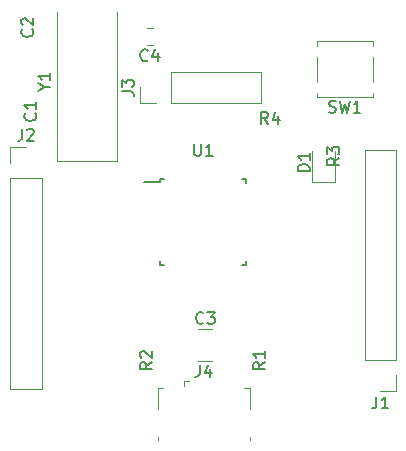
<source format=gbr>
G04 #@! TF.GenerationSoftware,KiCad,Pcbnew,(5.0.0)*
G04 #@! TF.CreationDate,2018-12-27T13:03:48-05:00*
G04 #@! TF.ProjectId,32u2-breakout,333275322D627265616B6F75742E6B69,rev?*
G04 #@! TF.SameCoordinates,Original*
G04 #@! TF.FileFunction,Legend,Top*
G04 #@! TF.FilePolarity,Positive*
%FSLAX46Y46*%
G04 Gerber Fmt 4.6, Leading zero omitted, Abs format (unit mm)*
G04 Created by KiCad (PCBNEW (5.0.0)) date 12/27/18 13:03:48*
%MOMM*%
%LPD*%
G01*
G04 APERTURE LIST*
%ADD10C,0.120000*%
%ADD11C,0.150000*%
G04 APERTURE END LIST*
D10*
G04 #@! TO.C,SW1*
X64346000Y-39454000D02*
X59606000Y-39454000D01*
X64346000Y-39454000D02*
X64346000Y-39054000D01*
X59606000Y-39454000D02*
X59606000Y-39054000D01*
X64346000Y-34714000D02*
X64346000Y-35114000D01*
X64346000Y-34714000D02*
X59606000Y-34714000D01*
X59606000Y-34714000D02*
X59606000Y-35114000D01*
X59606000Y-36054000D02*
X59606000Y-38114000D01*
X64346000Y-36054000D02*
X64346000Y-38114000D01*
G04 #@! TO.C,C4*
X45724578Y-35000000D02*
X45207422Y-35000000D01*
X45724578Y-33580000D02*
X45207422Y-33580000D01*
G04 #@! TO.C,C3*
X49565936Y-59092000D02*
X50770064Y-59092000D01*
X49565936Y-61812000D02*
X50770064Y-61812000D01*
G04 #@! TO.C,J3*
X54924000Y-39938000D02*
X54924000Y-37278000D01*
X47244000Y-39938000D02*
X54924000Y-39938000D01*
X47244000Y-37278000D02*
X54924000Y-37278000D01*
X47244000Y-39938000D02*
X47244000Y-37278000D01*
X45974000Y-39938000D02*
X44644000Y-39938000D01*
X44644000Y-39938000D02*
X44644000Y-38608000D01*
G04 #@! TO.C,J2*
X33670000Y-43670000D02*
X35000000Y-43670000D01*
X33670000Y-45000000D02*
X33670000Y-43670000D01*
X33670000Y-46270000D02*
X36330000Y-46270000D01*
X36330000Y-46270000D02*
X36330000Y-64110000D01*
X33670000Y-46270000D02*
X33670000Y-64110000D01*
X33670000Y-64110000D02*
X36330000Y-64110000D01*
G04 #@! TO.C,J1*
X66330000Y-43890000D02*
X63670000Y-43890000D01*
X66330000Y-61730000D02*
X66330000Y-43890000D01*
X63670000Y-61730000D02*
X63670000Y-43890000D01*
X66330000Y-61730000D02*
X63670000Y-61730000D01*
X66330000Y-63000000D02*
X66330000Y-64330000D01*
X66330000Y-64330000D02*
X65000000Y-64330000D01*
G04 #@! TO.C,J4*
X46138000Y-64023500D02*
X46588000Y-64023500D01*
X46138000Y-65873500D02*
X46138000Y-64023500D01*
X53938000Y-68423500D02*
X53938000Y-68173500D01*
X46138000Y-68423500D02*
X46138000Y-68173500D01*
X53938000Y-65873500D02*
X53938000Y-64023500D01*
X53938000Y-64023500D02*
X53488000Y-64023500D01*
X48338000Y-63473500D02*
X48788000Y-63473500D01*
X48338000Y-63473500D02*
X48338000Y-63923500D01*
G04 #@! TO.C,Y1*
X37582000Y-32200000D02*
X37582000Y-44800000D01*
X37582000Y-44800000D02*
X42682000Y-44800000D01*
X42682000Y-44800000D02*
X42682000Y-32200000D01*
G04 #@! TO.C,D1*
X59238000Y-43958000D02*
X59238000Y-46643000D01*
X59238000Y-46643000D02*
X61158000Y-46643000D01*
X61158000Y-46643000D02*
X61158000Y-43958000D01*
D11*
G04 #@! TO.C,U1*
X46375000Y-46375000D02*
X46375000Y-46600000D01*
X53625000Y-46375000D02*
X53625000Y-46700000D01*
X53625000Y-53625000D02*
X53625000Y-53300000D01*
X46375000Y-53625000D02*
X46375000Y-53300000D01*
X46375000Y-46375000D02*
X46700000Y-46375000D01*
X46375000Y-53625000D02*
X46700000Y-53625000D01*
X53625000Y-53625000D02*
X53300000Y-53625000D01*
X53625000Y-46375000D02*
X53300000Y-46375000D01*
X46375000Y-46600000D02*
X44950000Y-46600000D01*
G04 #@! TO.C,SW1*
X60642666Y-40688761D02*
X60785523Y-40736380D01*
X61023619Y-40736380D01*
X61118857Y-40688761D01*
X61166476Y-40641142D01*
X61214095Y-40545904D01*
X61214095Y-40450666D01*
X61166476Y-40355428D01*
X61118857Y-40307809D01*
X61023619Y-40260190D01*
X60833142Y-40212571D01*
X60737904Y-40164952D01*
X60690285Y-40117333D01*
X60642666Y-40022095D01*
X60642666Y-39926857D01*
X60690285Y-39831619D01*
X60737904Y-39784000D01*
X60833142Y-39736380D01*
X61071238Y-39736380D01*
X61214095Y-39784000D01*
X61547428Y-39736380D02*
X61785523Y-40736380D01*
X61976000Y-40022095D01*
X62166476Y-40736380D01*
X62404571Y-39736380D01*
X63309333Y-40736380D02*
X62737904Y-40736380D01*
X63023619Y-40736380D02*
X63023619Y-39736380D01*
X62928380Y-39879238D01*
X62833142Y-39974476D01*
X62737904Y-40022095D01*
G04 #@! TO.C,C2*
X35509142Y-33694666D02*
X35556761Y-33742285D01*
X35604380Y-33885142D01*
X35604380Y-33980380D01*
X35556761Y-34123238D01*
X35461523Y-34218476D01*
X35366285Y-34266095D01*
X35175809Y-34313714D01*
X35032952Y-34313714D01*
X34842476Y-34266095D01*
X34747238Y-34218476D01*
X34652000Y-34123238D01*
X34604380Y-33980380D01*
X34604380Y-33885142D01*
X34652000Y-33742285D01*
X34699619Y-33694666D01*
X34699619Y-33313714D02*
X34652000Y-33266095D01*
X34604380Y-33170857D01*
X34604380Y-32932761D01*
X34652000Y-32837523D01*
X34699619Y-32789904D01*
X34794857Y-32742285D01*
X34890095Y-32742285D01*
X35032952Y-32789904D01*
X35604380Y-33361333D01*
X35604380Y-32742285D01*
G04 #@! TO.C,C1*
X35763142Y-40806666D02*
X35810761Y-40854285D01*
X35858380Y-40997142D01*
X35858380Y-41092380D01*
X35810761Y-41235238D01*
X35715523Y-41330476D01*
X35620285Y-41378095D01*
X35429809Y-41425714D01*
X35286952Y-41425714D01*
X35096476Y-41378095D01*
X35001238Y-41330476D01*
X34906000Y-41235238D01*
X34858380Y-41092380D01*
X34858380Y-40997142D01*
X34906000Y-40854285D01*
X34953619Y-40806666D01*
X35858380Y-39854285D02*
X35858380Y-40425714D01*
X35858380Y-40140000D02*
X34858380Y-40140000D01*
X35001238Y-40235238D01*
X35096476Y-40330476D01*
X35144095Y-40425714D01*
G04 #@! TO.C,C4*
X45299333Y-36297142D02*
X45251714Y-36344761D01*
X45108857Y-36392380D01*
X45013619Y-36392380D01*
X44870761Y-36344761D01*
X44775523Y-36249523D01*
X44727904Y-36154285D01*
X44680285Y-35963809D01*
X44680285Y-35820952D01*
X44727904Y-35630476D01*
X44775523Y-35535238D01*
X44870761Y-35440000D01*
X45013619Y-35392380D01*
X45108857Y-35392380D01*
X45251714Y-35440000D01*
X45299333Y-35487619D01*
X46156476Y-35725714D02*
X46156476Y-36392380D01*
X45918380Y-35344761D02*
X45680285Y-36059047D01*
X46299333Y-36059047D01*
G04 #@! TO.C,C3*
X50001333Y-58529142D02*
X49953714Y-58576761D01*
X49810857Y-58624380D01*
X49715619Y-58624380D01*
X49572761Y-58576761D01*
X49477523Y-58481523D01*
X49429904Y-58386285D01*
X49382285Y-58195809D01*
X49382285Y-58052952D01*
X49429904Y-57862476D01*
X49477523Y-57767238D01*
X49572761Y-57672000D01*
X49715619Y-57624380D01*
X49810857Y-57624380D01*
X49953714Y-57672000D01*
X50001333Y-57719619D01*
X50334666Y-57624380D02*
X50953714Y-57624380D01*
X50620380Y-58005333D01*
X50763238Y-58005333D01*
X50858476Y-58052952D01*
X50906095Y-58100571D01*
X50953714Y-58195809D01*
X50953714Y-58433904D01*
X50906095Y-58529142D01*
X50858476Y-58576761D01*
X50763238Y-58624380D01*
X50477523Y-58624380D01*
X50382285Y-58576761D01*
X50334666Y-58529142D01*
G04 #@! TO.C,J3*
X43096380Y-38941333D02*
X43810666Y-38941333D01*
X43953523Y-38988952D01*
X44048761Y-39084190D01*
X44096380Y-39227047D01*
X44096380Y-39322285D01*
X43096380Y-38560380D02*
X43096380Y-37941333D01*
X43477333Y-38274666D01*
X43477333Y-38131809D01*
X43524952Y-38036571D01*
X43572571Y-37988952D01*
X43667809Y-37941333D01*
X43905904Y-37941333D01*
X44001142Y-37988952D01*
X44048761Y-38036571D01*
X44096380Y-38131809D01*
X44096380Y-38417523D01*
X44048761Y-38512761D01*
X44001142Y-38560380D01*
G04 #@! TO.C,J2*
X34666666Y-42122380D02*
X34666666Y-42836666D01*
X34619047Y-42979523D01*
X34523809Y-43074761D01*
X34380952Y-43122380D01*
X34285714Y-43122380D01*
X35095238Y-42217619D02*
X35142857Y-42170000D01*
X35238095Y-42122380D01*
X35476190Y-42122380D01*
X35571428Y-42170000D01*
X35619047Y-42217619D01*
X35666666Y-42312857D01*
X35666666Y-42408095D01*
X35619047Y-42550952D01*
X35047619Y-43122380D01*
X35666666Y-43122380D01*
G04 #@! TO.C,J1*
X64666666Y-64782380D02*
X64666666Y-65496666D01*
X64619047Y-65639523D01*
X64523809Y-65734761D01*
X64380952Y-65782380D01*
X64285714Y-65782380D01*
X65666666Y-65782380D02*
X65095238Y-65782380D01*
X65380952Y-65782380D02*
X65380952Y-64782380D01*
X65285714Y-64925238D01*
X65190476Y-65020476D01*
X65095238Y-65068095D01*
G04 #@! TO.C,J4*
X49704666Y-62125880D02*
X49704666Y-62840166D01*
X49657047Y-62983023D01*
X49561809Y-63078261D01*
X49418952Y-63125880D01*
X49323714Y-63125880D01*
X50609428Y-62459214D02*
X50609428Y-63125880D01*
X50371333Y-62078261D02*
X50133238Y-62792547D01*
X50752285Y-62792547D01*
G04 #@! TO.C,Y1*
X36558190Y-38576190D02*
X37034380Y-38576190D01*
X36034380Y-38909523D02*
X36558190Y-38576190D01*
X36034380Y-38242857D01*
X37034380Y-37385714D02*
X37034380Y-37957142D01*
X37034380Y-37671428D02*
X36034380Y-37671428D01*
X36177238Y-37766666D01*
X36272476Y-37861904D01*
X36320095Y-37957142D01*
G04 #@! TO.C,D1*
X59000380Y-45696095D02*
X58000380Y-45696095D01*
X58000380Y-45458000D01*
X58048000Y-45315142D01*
X58143238Y-45219904D01*
X58238476Y-45172285D01*
X58428952Y-45124666D01*
X58571809Y-45124666D01*
X58762285Y-45172285D01*
X58857523Y-45219904D01*
X58952761Y-45315142D01*
X59000380Y-45458000D01*
X59000380Y-45696095D01*
X59000380Y-44172285D02*
X59000380Y-44743714D01*
X59000380Y-44458000D02*
X58000380Y-44458000D01*
X58143238Y-44553238D01*
X58238476Y-44648476D01*
X58286095Y-44743714D01*
G04 #@! TO.C,U1*
X49238095Y-43402380D02*
X49238095Y-44211904D01*
X49285714Y-44307142D01*
X49333333Y-44354761D01*
X49428571Y-44402380D01*
X49619047Y-44402380D01*
X49714285Y-44354761D01*
X49761904Y-44307142D01*
X49809523Y-44211904D01*
X49809523Y-43402380D01*
X50809523Y-44402380D02*
X50238095Y-44402380D01*
X50523809Y-44402380D02*
X50523809Y-43402380D01*
X50428571Y-43545238D01*
X50333333Y-43640476D01*
X50238095Y-43688095D01*
G04 #@! TO.C,R4*
X55482333Y-41700380D02*
X55149000Y-41224190D01*
X54910904Y-41700380D02*
X54910904Y-40700380D01*
X55291857Y-40700380D01*
X55387095Y-40748000D01*
X55434714Y-40795619D01*
X55482333Y-40890857D01*
X55482333Y-41033714D01*
X55434714Y-41128952D01*
X55387095Y-41176571D01*
X55291857Y-41224190D01*
X54910904Y-41224190D01*
X56339476Y-41033714D02*
X56339476Y-41700380D01*
X56101380Y-40652761D02*
X55863285Y-41367047D01*
X56482333Y-41367047D01*
G04 #@! TO.C,R3*
X61512380Y-44593666D02*
X61036190Y-44927000D01*
X61512380Y-45165095D02*
X60512380Y-45165095D01*
X60512380Y-44784142D01*
X60560000Y-44688904D01*
X60607619Y-44641285D01*
X60702857Y-44593666D01*
X60845714Y-44593666D01*
X60940952Y-44641285D01*
X60988571Y-44688904D01*
X61036190Y-44784142D01*
X61036190Y-45165095D01*
X60512380Y-44260333D02*
X60512380Y-43641285D01*
X60893333Y-43974619D01*
X60893333Y-43831761D01*
X60940952Y-43736523D01*
X60988571Y-43688904D01*
X61083809Y-43641285D01*
X61321904Y-43641285D01*
X61417142Y-43688904D01*
X61464761Y-43736523D01*
X61512380Y-43831761D01*
X61512380Y-44117476D01*
X61464761Y-44212714D01*
X61417142Y-44260333D01*
G04 #@! TO.C,R2*
X45664380Y-61888666D02*
X45188190Y-62222000D01*
X45664380Y-62460095D02*
X44664380Y-62460095D01*
X44664380Y-62079142D01*
X44712000Y-61983904D01*
X44759619Y-61936285D01*
X44854857Y-61888666D01*
X44997714Y-61888666D01*
X45092952Y-61936285D01*
X45140571Y-61983904D01*
X45188190Y-62079142D01*
X45188190Y-62460095D01*
X44759619Y-61507714D02*
X44712000Y-61460095D01*
X44664380Y-61364857D01*
X44664380Y-61126761D01*
X44712000Y-61031523D01*
X44759619Y-60983904D01*
X44854857Y-60936285D01*
X44950095Y-60936285D01*
X45092952Y-60983904D01*
X45664380Y-61555333D01*
X45664380Y-60936285D01*
G04 #@! TO.C,R1*
X55216380Y-61888666D02*
X54740190Y-62222000D01*
X55216380Y-62460095D02*
X54216380Y-62460095D01*
X54216380Y-62079142D01*
X54264000Y-61983904D01*
X54311619Y-61936285D01*
X54406857Y-61888666D01*
X54549714Y-61888666D01*
X54644952Y-61936285D01*
X54692571Y-61983904D01*
X54740190Y-62079142D01*
X54740190Y-62460095D01*
X55216380Y-60936285D02*
X55216380Y-61507714D01*
X55216380Y-61222000D02*
X54216380Y-61222000D01*
X54359238Y-61317238D01*
X54454476Y-61412476D01*
X54502095Y-61507714D01*
G04 #@! TD*
M02*

</source>
